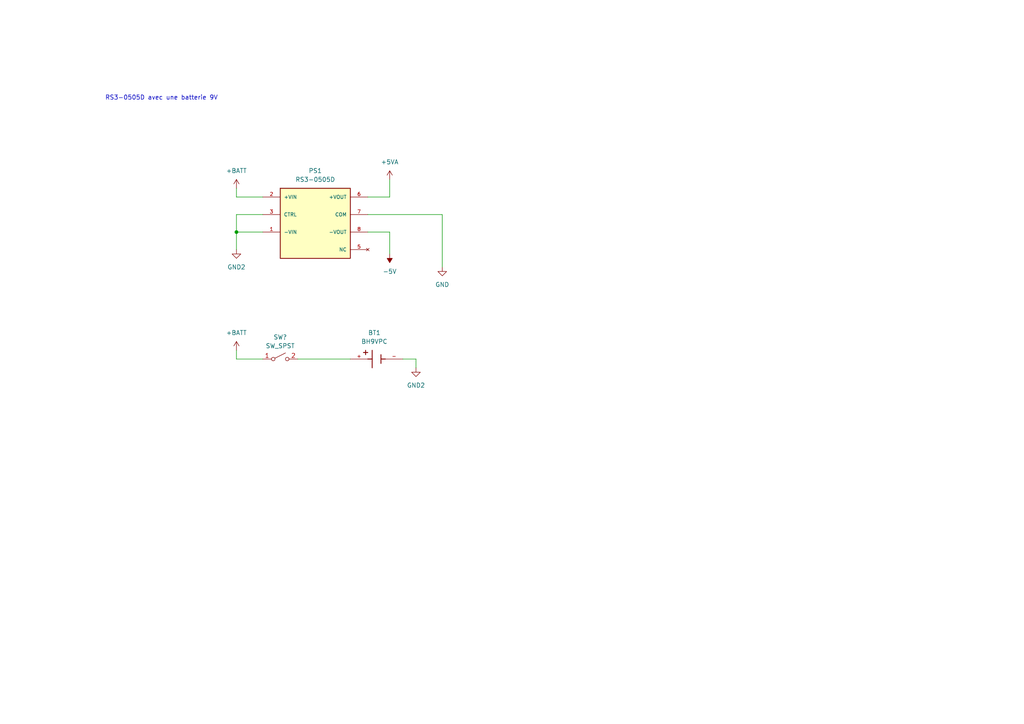
<source format=kicad_sch>
(kicad_sch (version 20230121) (generator eeschema)
  (paper "A4")
  (lib_symbols
    (symbol "CeintureRespAT:BH9VPC" (pin_names (offset 1.016))
      (property "Reference" "BT" (at -3.81 3.81 0))
      (property "Value" "BH9VPC" (at -3.81 -5.08 0))
      (symbol "BH9VPC_0_0"
        (polyline (pts (xy -3.81 1.905) (xy -2.54 1.905)) (stroke (width 0.254)))
        (polyline (pts (xy -3.175 2.54) (xy -3.175 1.27)) (stroke (width 0.254)))
        (polyline (pts (xy -1.27 0) (xy -2.54 0)) (stroke (width 0.254)))
        (polyline (pts (xy -1.27 0) (xy -1.27 -2.54)) (stroke (width 0.254)))
        (polyline (pts (xy -1.27 2.54) (xy -1.27 0)) (stroke (width 0.254)))
        (polyline (pts (xy 1.27 0) (xy 1.27 -1.27)) (stroke (width 0.254)))
        (polyline (pts (xy 1.27 0) (xy 2.54 0)) (stroke (width 0.254)))
        (polyline (pts (xy 1.27 1.27) (xy 1.27 0)) (stroke (width 0.254)))
        (pin passive line (at -7.62 0 0) (length 5.08) (name "~") (number "+"))
        (pin passive line (at 7.62 0 180) (length 5.08) (name "~") (number "-"))
      )
    )
    (symbol "CeintureRespAT:RS3-0505D" (pin_names (offset 1.016))
      (property "Reference" "PS" (at -10.1639 11.4379 0))
      (property "Value" "RS3-0505D" (at -10.1614 -12.7027 0))
      (symbol "RS3-0505D_0_0"
        (rectangle (start -10.16 -10.16) (end 10.16 10.16) (stroke (width 0.254)) (fill (type background)))
        (pin input line (at -15.24 -2.54 0) (length 5.08) (name "-VIN") (number "1"))
        (pin input line (at -15.24 7.62 0) (length 5.08) (name "+VIN") (number "2"))
        (pin input line (at -15.24 2.54 0) (length 5.08) (name "CTRL") (number "3"))
        (pin no_connect line (at 15.24 -7.62 180) (length 5.08) (name "NC") (number "5"))
        (pin output line (at 15.24 7.62 180) (length 5.08) (name "+VOUT") (number "6"))
        (pin power_in line (at 15.24 2.54 180) (length 5.08) (name "COM") (number "7"))
        (pin output line (at 15.24 -2.54 180) (length 5.08) (name "-VOUT") (number "8"))
      )
    )
    (symbol "Switch:SW_SPST" (pin_names (offset 0) hide)
      (property "Reference" "SW" (at 0 3.175 0))
      (property "Value" "SW_SPST" (at 0 -2.54 0))
      (symbol "SW_SPST_0_0"
        (circle (center -2.032 0) (radius 0.508))
        (polyline (pts (xy -1.524 0.254) (xy 1.524 1.778)))
        (circle (center 2.032 0) (radius 0.508))
      )
      (symbol "SW_SPST_1_1"
        (pin passive line (at -5.08 0 0) (length 2.54) (name "A") (number "1"))
        (pin passive line (at 5.08 0 180) (length 2.54) (name "B") (number "2"))
      )
    )
    (symbol "power:+5VA" (power) (pin_names (offset 0))
      (property "Value" "+5VA" (at 0 3.556 0))
      (symbol "+5VA_0_1"
        (polyline (pts (xy -0.762 1.27) (xy 0 2.54)))
        (polyline (pts (xy 0 0) (xy 0 2.54)))
        (polyline (pts (xy 0 2.54) (xy 0.762 1.27)))
      )
      (symbol "+5VA_1_1"
        (pin power_in line (at 0 0 90) (length 0) hide (name "+5VA") (number "1"))
      )
    )
    (symbol "power:+BATT" (power) (pin_names (offset 0))
      (property "Value" "+BATT" (at 0 3.556 0))
      (symbol "+BATT_0_1"
        (polyline (pts (xy -0.762 1.27) (xy 0 2.54)))
        (polyline (pts (xy 0 0) (xy 0 2.54)))
        (polyline (pts (xy 0 2.54) (xy 0.762 1.27)))
      )
      (symbol "+BATT_1_1"
        (pin power_in line (at 0 0 90) (length 0) hide (name "+BATT") (number "1"))
      )
    )
    (symbol "power:-5V" (power) (pin_names (offset 0))
      (property "Value" "-5V" (at 0 3.81 0))
      (symbol "-5V_0_0"
        (pin power_in line (at 0 0 90) (length 0) hide (name "-5V") (number "1"))
      )
      (symbol "-5V_0_1"
        (polyline (pts (xy 0 0) (xy 0 1.27) (xy 0.762 1.27) (xy 0 2.54) (xy -0.762 1.27) (xy 0 1.27)) (fill (type outline)))
      )
    )
    (symbol "power:GND" (power) (pin_names (offset 0))
      (property "Value" "GND" (at 0 -3.81 0))
      (symbol "GND_0_1"
        (polyline (pts (xy 0 0) (xy 0 -1.27) (xy 1.27 -1.27) (xy 0 -2.54) (xy -1.27 -1.27) (xy 0 -1.27)))
      )
      (symbol "GND_1_1"
        (pin power_in line (at 0 0 270) (length 0) hide (name "GND") (number "1"))
      )
    )
    (symbol "power:GND2" (power) (pin_names (offset 0))
      (property "Value" "GND2" (at 0 -3.81 0))
      (symbol "GND2_0_1"
        (polyline (pts (xy 0 0) (xy 0 -1.27) (xy 1.27 -1.27) (xy 0 -2.54) (xy -1.27 -1.27) (xy 0 -1.27)))
      )
      (symbol "GND2_1_1"
        (pin power_in line (at 0 0 270) (length 0) hide (name "GND2") (number "1"))
      )
    )
  )
  (junction (at 68.58 67.31))
  (wire (pts (xy 113.03 52.07) (xy 113.03 57.15)))
  (wire (pts (xy 113.03 67.31) (xy 113.03 73.66)))
  (wire (pts (xy 76.2 62.23) (xy 68.58 62.23)))
  (wire (pts (xy 106.68 62.23) (xy 128.27 62.23)))
  (wire (pts (xy 76.2 67.31) (xy 68.58 67.31)))
  (wire (pts (xy 68.58 54.61) (xy 68.58 57.15)))
  (wire (pts (xy 106.68 67.31) (xy 113.03 67.31)))
  (wire (pts (xy 68.58 67.31) (xy 68.58 72.39)))
  (wire (pts (xy 116.84 104.14) (xy 120.65 104.14)))
  (wire (pts (xy 68.58 104.14) (xy 76.2 104.14)))
  (wire (pts (xy 128.27 62.23) (xy 128.27 77.47)))
  (wire (pts (xy 86.36 104.14) (xy 101.6 104.14)))
  (wire (pts (xy 68.58 62.23) (xy 68.58 67.31)))
  (wire (pts (xy 106.68 57.15) (xy 113.03 57.15)))
  (wire (pts (xy 68.58 101.6) (xy 68.58 104.14)))
  (wire (pts (xy 68.58 57.15) (xy 76.2 57.15)))
  (wire (pts (xy 120.65 104.14) (xy 120.65 106.68)))
  (text "RS3-0505D avec une batterie 9V" (at 30.48 29.21 0) (effects (font (size 1.27 1.27)) (justify left bottom)))
  (symbol (lib_id "power:GND2") (at 120.65 106.68 0) (unit 1)
    (property "Reference" "#PWR010" (effects hide))
    (property "Value" "GND2" (at 120.65 111.76 0))
  )
  (symbol (lib_id "power:GND2") (at 68.58 72.39 0) (unit 1)
    (property "Reference" "#PWR03" (effects hide))
    (property "Value" "GND2" (at 68.58 77.47 0))
  )
  (symbol (lib_id "Switch:SW_SPST") (at 81.28 104.14 0) (unit 1)
    (property "Reference" "SW?" (at 81.28 97.79 0))
    (property "Value" "SW_SPST" (at 81.28 100.33 0))
  )
  (symbol (lib_id "power:+5VA") (at 113.03 52.07 0) (unit 1)
    (property "Reference" "#PWR07" (effects hide))
    (property "Value" "+5VA" (at 113.03 46.99 0))
  )
  (symbol (lib_id "power:+BATT") (at 68.58 101.6 0) (unit 1)
    (property "Reference" "#PWR09" (effects hide))
    (property "Value" "+BATT" (at 68.58 96.52 0))
  )
  (symbol (lib_id "CeintureRespAT:RS3-0505D") (at 91.44 64.77 0) (unit 1)
    (property "Reference" "PS1" (at 91.44 49.53 0))
    (property "Value" "RS3-0505D" (at 91.44 52.07 0))
    (property "Footprint" "CONV_RS3-0505D" (effects hide))
    (property "PARTREV" "3" (effects hide))
    (property "MANUFACTURER" "Recom" (effects hide))
    (property "MAXIMUM_PACKAGE_HEIGHT" "11.1mm" (effects hide))
    (property "STANDARD" "Manufacturer Recommendations" (effects hide))
  )
  (symbol (lib_id "power:GND") (at 128.27 77.47 0) (unit 1)
    (property "Reference" "#PWR06" (effects hide))
    (property "Value" "GND" (at 128.27 82.55 0))
  )
  (symbol (lib_id "power:-5V") (at 113.03 73.66 0) (mirror x) (unit 1)
    (property "Reference" "#PWR08" (effects hide))
    (property "Value" "-5V" (at 113.03 78.74 0))
  )
  (symbol (lib_id "CeintureRespAT:BH9VPC") (at 109.22 104.14 0) (unit 1)
    (property "Reference" "BT1" (at 108.585 96.52 0))
    (property "Value" "BH9VPC" (at 108.585 99.06 0))
    (property "Footprint" "BAT_BH9VPC" (effects hide))
    (property "PARTREV" "F" (effects hide))
    (property "STANDARD" "Manufacturer Recommendations" (effects hide))
    (property "MAXIMUM_PACKAGE_HEIGHT" "20.62mm" (effects hide))
    (property "MANUFACTURER" "MPD" (effects hide))
  )
  (symbol (lib_id "power:+BATT") (at 68.58 54.61 0) (unit 1)
    (property "Reference" "#PWR04" (effects hide))
    (property "Value" "+BATT" (at 68.58 49.53 0))
  )
)
</source>
